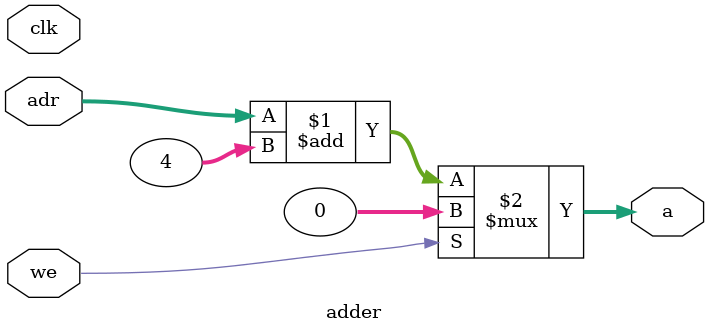
<source format=v>
module adder (clk,adr,a,we);


 input we,clk;
 input [31:0]adr;
 output [31:0]a;

  assign a = (we) ? 0 : adr + 4;
    
endmodule
</source>
